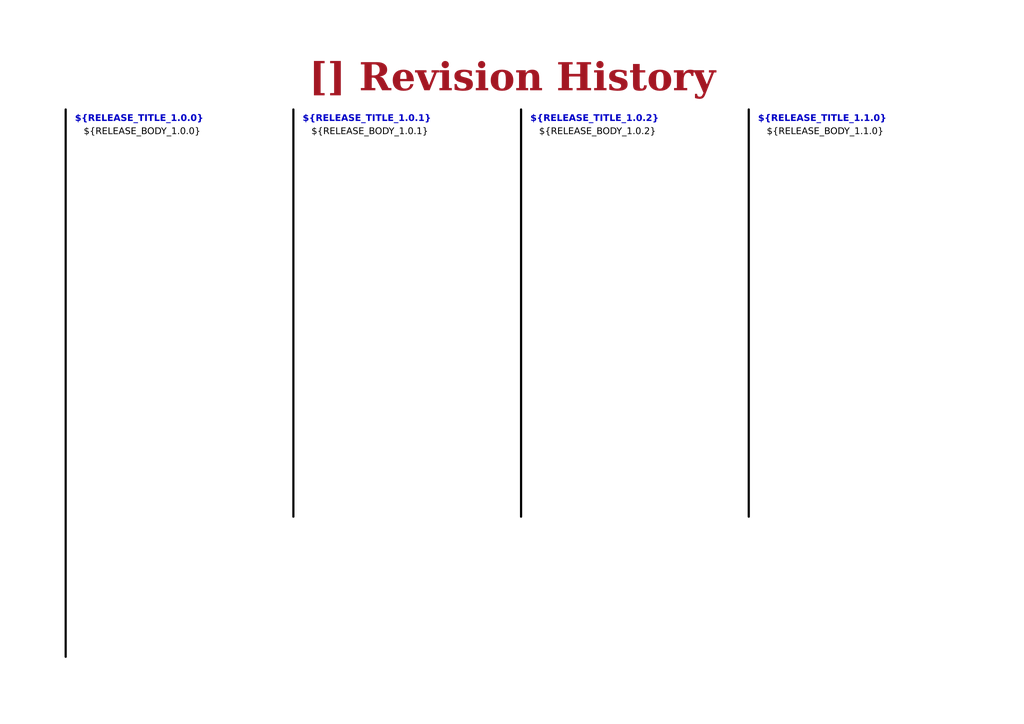
<source format=kicad_sch>
(kicad_sch
	(version 20250114)
	(generator "eeschema")
	(generator_version "9.0")
	(uuid "ea8c4f5e-7a49-4faf-a994-dbc85ed86b0a")
	(paper "A4")
	(title_block
		(title "Revision History")
		(date "2025-12-19")
		(rev "1")
		(company "${COMPANY}")
	)
	(lib_symbols)
	(text_box "${RELEASE_BODY_1.1.0}"
		(exclude_from_sim no)
		(at 220.98 35.56 0)
		(size 58.42 111.76)
		(margins 1.4287 1.4287 1.4287 1.4287)
		(stroke
			(width -0.0001)
			(type default)
		)
		(fill
			(type none)
		)
		(effects
			(font
				(face "Arial")
				(size 1.905 1.905)
				(color 0 0 0 1)
			)
			(justify left top)
		)
		(uuid "0c062e2b-2be1-4307-b752-045c211787f4")
	)
	(text_box "${RELEASE_BODY_1.0.0}"
		(exclude_from_sim no)
		(at 22.86 35.56 0)
		(size 58.42 146.05)
		(margins 1.4287 1.4287 1.4287 1.4287)
		(stroke
			(width -0.0001)
			(type default)
		)
		(fill
			(type none)
		)
		(effects
			(font
				(face "Arial")
				(size 1.905 1.905)
				(color 0 0 0 1)
			)
			(justify left top)
		)
		(uuid "212b625e-4169-46f2-a2fc-afc6cbef07cd")
	)
	(text_box "[${#}] ${TITLE}"
		(exclude_from_sim no)
		(at 12.7 12.7 0)
		(size 271.78 20.32)
		(margins 5.9999 5.9999 5.9999 5.9999)
		(stroke
			(width -0.0001)
			(type default)
		)
		(fill
			(type none)
		)
		(effects
			(font
				(face "Times New Roman")
				(size 8 8)
				(thickness 1.2)
				(bold yes)
				(color 162 22 34 1)
			)
		)
		(uuid "270c46bd-8d97-4216-a27f-bc7b5938e128")
	)
	(text_box "${RELEASE_TITLE_1.0.2}"
		(exclude_from_sim no)
		(at 152.4 31.75 0)
		(size 57.15 7.62)
		(margins 1.4287 1.4287 1.4287 1.4287)
		(stroke
			(width -0.0001)
			(type default)
		)
		(fill
			(type none)
		)
		(effects
			(font
				(face "Arial")
				(size 1.905 1.905)
				(thickness 0.254)
				(bold yes)
			)
			(justify left top)
		)
		(uuid "61447e65-3862-4ca7-a61e-5d8506cb38bb")
	)
	(text_box "${RELEASE_BODY_1.0.2}"
		(exclude_from_sim no)
		(at 154.94 35.56 0)
		(size 58.42 111.76)
		(margins 1.4287 1.4287 1.4287 1.4287)
		(stroke
			(width -0.0001)
			(type default)
		)
		(fill
			(type none)
		)
		(effects
			(font
				(face "Arial")
				(size 1.905 1.905)
				(color 0 0 0 1)
			)
			(justify left top)
		)
		(uuid "8ad0acb7-8a2e-40a2-87c7-888a93359ccd")
	)
	(text_box "${RELEASE_BODY_1.0.1}"
		(exclude_from_sim no)
		(at 88.9 35.56 0)
		(size 57.15 105.41)
		(margins 1.4287 1.4287 1.4287 1.4287)
		(stroke
			(width -0.0001)
			(type default)
		)
		(fill
			(type none)
		)
		(effects
			(font
				(face "Arial")
				(size 1.905 1.905)
				(color 0 0 0 1)
			)
			(justify left top)
		)
		(uuid "9af8400a-3034-4071-a364-608020db49d5")
	)
	(text_box "${RELEASE_TITLE_1.0.0}"
		(exclude_from_sim no)
		(at 20.32 31.75 0)
		(size 57.15 7.62)
		(margins 1.4287 1.4287 1.4287 1.4287)
		(stroke
			(width -0.0001)
			(type default)
		)
		(fill
			(type none)
		)
		(effects
			(font
				(face "Arial")
				(size 1.905 1.905)
				(thickness 0.254)
				(bold yes)
			)
			(justify left top)
		)
		(uuid "d183a6b7-e8a2-46ec-8c3c-ec3041423bc1")
	)
	(text_box "${RELEASE_TITLE_1.0.1}"
		(exclude_from_sim no)
		(at 86.36 31.75 0)
		(size 57.15 7.62)
		(margins 1.4287 1.4287 1.4287 1.4287)
		(stroke
			(width -0.0001)
			(type default)
		)
		(fill
			(type none)
		)
		(effects
			(font
				(face "Arial")
				(size 1.905 1.905)
				(thickness 0.254)
				(bold yes)
			)
			(justify left top)
		)
		(uuid "ed7f1ff6-56f6-4427-ab7f-2ffe27717c3d")
	)
	(text_box "${RELEASE_TITLE_1.1.0}"
		(exclude_from_sim no)
		(at 218.44 31.75 0)
		(size 57.15 7.62)
		(margins 1.4287 1.4287 1.4287 1.4287)
		(stroke
			(width -0.0001)
			(type default)
		)
		(fill
			(type none)
		)
		(effects
			(font
				(face "Arial")
				(size 1.905 1.905)
				(thickness 0.254)
				(bold yes)
			)
			(justify left top)
		)
		(uuid "f47af890-f55a-44bf-b54f-b7df3adde008")
	)
	(polyline
		(pts
			(xy 85.09 31.75) (xy 85.09 149.86)
		)
		(stroke
			(width 0.635)
			(type default)
			(color 0 0 0 1)
		)
		(uuid "5f29c90a-4bd5-401c-a0f6-a99df09914f4")
	)
	(polyline
		(pts
			(xy 151.13 31.75) (xy 151.13 149.86)
		)
		(stroke
			(width 0.635)
			(type default)
			(color 0 0 0 1)
		)
		(uuid "a6b610d4-f09b-4d6e-ac67-0bb3d0e09fbe")
	)
	(polyline
		(pts
			(xy 19.05 31.75) (xy 19.05 190.5)
		)
		(stroke
			(width 0.635)
			(type default)
			(color 0 0 0 1)
		)
		(uuid "d98bd22a-837a-4b14-b8b1-ecc667696c58")
	)
	(polyline
		(pts
			(xy 217.17 31.75) (xy 217.17 149.86)
		)
		(stroke
			(width 0.635)
			(type default)
			(color 0 0 0 1)
		)
		(uuid "fe21cbb6-f53c-41a1-bc1c-520e82f71f78")
	)
)

</source>
